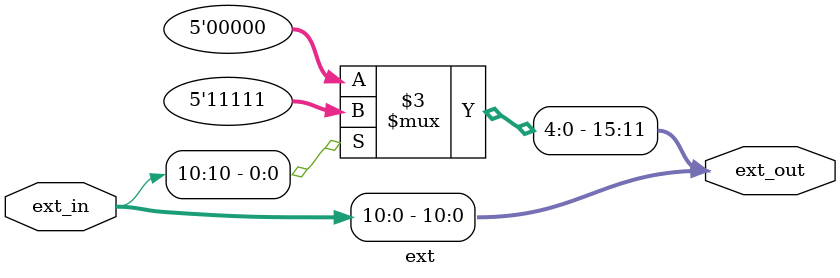
<source format=sv>
module ext#(
        parameter OPERAND_WIDTH = 11,
        parameter DATA_WIDTH = 16
    )
    (
        input logic [OPERAND_WIDTH - 1:0] ext_in,
        output logic [DATA_WIDTH - 1:0] ext_out
    );

    always @(ext_in)
    begin
		  ext_out[OPERAND_WIDTH - 1:0] <= ext_in;
		  //ext_out[DATA_WIDTH - 1:OPERAND_WIDTH] <= {(DATA_WIDTH - OPERAND_WIDTH){ext_in[OPERAND_WIDTH - 1]}};
		  
		  if(ext_in[OPERAND_WIDTH - 1])
			    ext_out[DATA_WIDTH - 1:OPERAND_WIDTH] <= {(DATA_WIDTH - OPERAND_WIDTH){1'b1}};
			else
				 ext_out[DATA_WIDTH - 1:OPERAND_WIDTH] <= {(DATA_WIDTH - OPERAND_WIDTH){1'b0}};
				 
    end
endmodule

</source>
